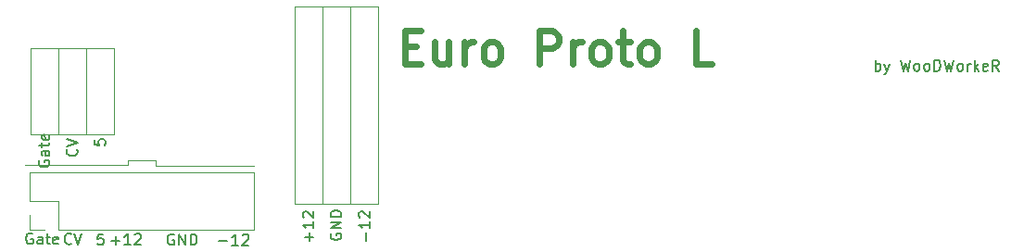
<source format=gbr>
G04 #@! TF.GenerationSoftware,KiCad,Pcbnew,(5.1.4)-1*
G04 #@! TF.CreationDate,2020-01-19T21:47:34+01:00*
G04 #@! TF.ProjectId,EuroHelper,4575726f-4865-46c7-9065-722e6b696361,rev?*
G04 #@! TF.SameCoordinates,Original*
G04 #@! TF.FileFunction,Legend,Top*
G04 #@! TF.FilePolarity,Positive*
%FSLAX46Y46*%
G04 Gerber Fmt 4.6, Leading zero omitted, Abs format (unit mm)*
G04 Created by KiCad (PCBNEW (5.1.4)-1) date 2020-01-19 21:47:34*
%MOMM*%
%LPD*%
G04 APERTURE LIST*
%ADD10C,0.150000*%
%ADD11C,0.120000*%
%ADD12C,0.600000*%
G04 APERTURE END LIST*
D10*
X67549780Y-74437904D02*
X67549780Y-74914095D01*
X68025971Y-74961714D01*
X67978352Y-74914095D01*
X67930733Y-74818857D01*
X67930733Y-74580761D01*
X67978352Y-74485523D01*
X68025971Y-74437904D01*
X68121209Y-74390285D01*
X68359304Y-74390285D01*
X68454542Y-74437904D01*
X68502161Y-74485523D01*
X68549780Y-74580761D01*
X68549780Y-74818857D01*
X68502161Y-74914095D01*
X68454542Y-74961714D01*
X65914542Y-75303047D02*
X65962161Y-75350666D01*
X66009780Y-75493523D01*
X66009780Y-75588761D01*
X65962161Y-75731619D01*
X65866923Y-75826857D01*
X65771685Y-75874476D01*
X65581209Y-75922095D01*
X65438352Y-75922095D01*
X65247876Y-75874476D01*
X65152638Y-75826857D01*
X65057400Y-75731619D01*
X65009780Y-75588761D01*
X65009780Y-75493523D01*
X65057400Y-75350666D01*
X65105019Y-75303047D01*
X65009780Y-75017333D02*
X66009780Y-74684000D01*
X65009780Y-74350666D01*
X62492000Y-76342761D02*
X62444380Y-76438000D01*
X62444380Y-76580857D01*
X62492000Y-76723714D01*
X62587238Y-76818952D01*
X62682476Y-76866571D01*
X62872952Y-76914190D01*
X63015809Y-76914190D01*
X63206285Y-76866571D01*
X63301523Y-76818952D01*
X63396761Y-76723714D01*
X63444380Y-76580857D01*
X63444380Y-76485619D01*
X63396761Y-76342761D01*
X63349142Y-76295142D01*
X63015809Y-76295142D01*
X63015809Y-76485619D01*
X63444380Y-75438000D02*
X62920571Y-75438000D01*
X62825333Y-75485619D01*
X62777714Y-75580857D01*
X62777714Y-75771333D01*
X62825333Y-75866571D01*
X63396761Y-75438000D02*
X63444380Y-75533238D01*
X63444380Y-75771333D01*
X63396761Y-75866571D01*
X63301523Y-75914190D01*
X63206285Y-75914190D01*
X63111047Y-75866571D01*
X63063428Y-75771333D01*
X63063428Y-75533238D01*
X63015809Y-75438000D01*
X62777714Y-75104666D02*
X62777714Y-74723714D01*
X62444380Y-74961809D02*
X63301523Y-74961809D01*
X63396761Y-74914190D01*
X63444380Y-74818952D01*
X63444380Y-74723714D01*
X63396761Y-74009428D02*
X63444380Y-74104666D01*
X63444380Y-74295142D01*
X63396761Y-74390380D01*
X63301523Y-74438000D01*
X62920571Y-74438000D01*
X62825333Y-74390380D01*
X62777714Y-74295142D01*
X62777714Y-74104666D01*
X62825333Y-74009428D01*
X62920571Y-73961809D01*
X63015809Y-73961809D01*
X63111047Y-74438000D01*
D11*
X66802000Y-73914000D02*
X66802000Y-66040000D01*
X64262000Y-66040000D02*
X64262000Y-73914000D01*
X61722000Y-73914000D02*
X61722000Y-66040000D01*
X69342000Y-73914000D02*
X61722000Y-73914000D01*
X69342000Y-66040000D02*
X69342000Y-73914000D01*
X61722000Y-66040000D02*
X69342000Y-66040000D01*
X93472000Y-62230000D02*
X90932000Y-62230000D01*
X93472000Y-80264000D02*
X93472000Y-62230000D01*
X90932000Y-80264000D02*
X93472000Y-80264000D01*
X90932000Y-80264000D02*
X88392000Y-80264000D01*
X90932000Y-62230000D02*
X90932000Y-80264000D01*
X88392000Y-62230000D02*
X90932000Y-62230000D01*
X85852000Y-62230000D02*
X88392000Y-62230000D01*
X85852000Y-80264000D02*
X85852000Y-62230000D01*
X88392000Y-80264000D02*
X85852000Y-80264000D01*
X88392000Y-62230000D02*
X88392000Y-80264000D01*
D10*
X87193428Y-83680133D02*
X87193428Y-82918228D01*
X87574380Y-83299180D02*
X86812476Y-83299180D01*
X87574380Y-81918228D02*
X87574380Y-82489657D01*
X87574380Y-82203942D02*
X86574380Y-82203942D01*
X86717238Y-82299180D01*
X86812476Y-82394419D01*
X86860095Y-82489657D01*
X86669619Y-81537276D02*
X86622000Y-81489657D01*
X86574380Y-81394419D01*
X86574380Y-81156323D01*
X86622000Y-81061085D01*
X86669619Y-81013466D01*
X86764857Y-80965847D01*
X86860095Y-80965847D01*
X87002952Y-81013466D01*
X87574380Y-81584895D01*
X87574380Y-80965847D01*
X89162000Y-83007104D02*
X89114380Y-83102342D01*
X89114380Y-83245200D01*
X89162000Y-83388057D01*
X89257238Y-83483295D01*
X89352476Y-83530914D01*
X89542952Y-83578533D01*
X89685809Y-83578533D01*
X89876285Y-83530914D01*
X89971523Y-83483295D01*
X90066761Y-83388057D01*
X90114380Y-83245200D01*
X90114380Y-83149961D01*
X90066761Y-83007104D01*
X90019142Y-82959485D01*
X89685809Y-82959485D01*
X89685809Y-83149961D01*
X90114380Y-82530914D02*
X89114380Y-82530914D01*
X90114380Y-81959485D01*
X89114380Y-81959485D01*
X90114380Y-81483295D02*
X89114380Y-81483295D01*
X89114380Y-81245200D01*
X89162000Y-81102342D01*
X89257238Y-81007104D01*
X89352476Y-80959485D01*
X89542952Y-80911866D01*
X89685809Y-80911866D01*
X89876285Y-80959485D01*
X89971523Y-81007104D01*
X90066761Y-81102342D01*
X90114380Y-81245200D01*
X90114380Y-81483295D01*
X92341428Y-83683333D02*
X92341428Y-82921428D01*
X92722380Y-81921428D02*
X92722380Y-82492857D01*
X92722380Y-82207142D02*
X91722380Y-82207142D01*
X91865238Y-82302380D01*
X91960476Y-82397619D01*
X92008095Y-82492857D01*
X91817619Y-81540476D02*
X91770000Y-81492857D01*
X91722380Y-81397619D01*
X91722380Y-81159523D01*
X91770000Y-81064285D01*
X91817619Y-81016666D01*
X91912857Y-80969047D01*
X92008095Y-80969047D01*
X92150952Y-81016666D01*
X92722380Y-81588095D01*
X92722380Y-80969047D01*
X138906952Y-68143380D02*
X138906952Y-67143380D01*
X138906952Y-67524333D02*
X139002190Y-67476714D01*
X139192666Y-67476714D01*
X139287904Y-67524333D01*
X139335523Y-67571952D01*
X139383142Y-67667190D01*
X139383142Y-67952904D01*
X139335523Y-68048142D01*
X139287904Y-68095761D01*
X139192666Y-68143380D01*
X139002190Y-68143380D01*
X138906952Y-68095761D01*
X139716476Y-67476714D02*
X139954571Y-68143380D01*
X140192666Y-67476714D02*
X139954571Y-68143380D01*
X139859333Y-68381476D01*
X139811714Y-68429095D01*
X139716476Y-68476714D01*
X141240285Y-67143380D02*
X141478380Y-68143380D01*
X141668857Y-67429095D01*
X141859333Y-68143380D01*
X142097428Y-67143380D01*
X142621238Y-68143380D02*
X142526000Y-68095761D01*
X142478380Y-68048142D01*
X142430761Y-67952904D01*
X142430761Y-67667190D01*
X142478380Y-67571952D01*
X142526000Y-67524333D01*
X142621238Y-67476714D01*
X142764095Y-67476714D01*
X142859333Y-67524333D01*
X142906952Y-67571952D01*
X142954571Y-67667190D01*
X142954571Y-67952904D01*
X142906952Y-68048142D01*
X142859333Y-68095761D01*
X142764095Y-68143380D01*
X142621238Y-68143380D01*
X143526000Y-68143380D02*
X143430761Y-68095761D01*
X143383142Y-68048142D01*
X143335523Y-67952904D01*
X143335523Y-67667190D01*
X143383142Y-67571952D01*
X143430761Y-67524333D01*
X143526000Y-67476714D01*
X143668857Y-67476714D01*
X143764095Y-67524333D01*
X143811714Y-67571952D01*
X143859333Y-67667190D01*
X143859333Y-67952904D01*
X143811714Y-68048142D01*
X143764095Y-68095761D01*
X143668857Y-68143380D01*
X143526000Y-68143380D01*
X144287904Y-68143380D02*
X144287904Y-67143380D01*
X144526000Y-67143380D01*
X144668857Y-67191000D01*
X144764095Y-67286238D01*
X144811714Y-67381476D01*
X144859333Y-67571952D01*
X144859333Y-67714809D01*
X144811714Y-67905285D01*
X144764095Y-68000523D01*
X144668857Y-68095761D01*
X144526000Y-68143380D01*
X144287904Y-68143380D01*
X145192666Y-67143380D02*
X145430761Y-68143380D01*
X145621238Y-67429095D01*
X145811714Y-68143380D01*
X146049809Y-67143380D01*
X146573619Y-68143380D02*
X146478380Y-68095761D01*
X146430761Y-68048142D01*
X146383142Y-67952904D01*
X146383142Y-67667190D01*
X146430761Y-67571952D01*
X146478380Y-67524333D01*
X146573619Y-67476714D01*
X146716476Y-67476714D01*
X146811714Y-67524333D01*
X146859333Y-67571952D01*
X146906952Y-67667190D01*
X146906952Y-67952904D01*
X146859333Y-68048142D01*
X146811714Y-68095761D01*
X146716476Y-68143380D01*
X146573619Y-68143380D01*
X147335523Y-68143380D02*
X147335523Y-67476714D01*
X147335523Y-67667190D02*
X147383142Y-67571952D01*
X147430761Y-67524333D01*
X147526000Y-67476714D01*
X147621238Y-67476714D01*
X147954571Y-68143380D02*
X147954571Y-67143380D01*
X148049809Y-67762428D02*
X148335523Y-68143380D01*
X148335523Y-67476714D02*
X147954571Y-67857666D01*
X149145047Y-68095761D02*
X149049809Y-68143380D01*
X148859333Y-68143380D01*
X148764095Y-68095761D01*
X148716476Y-68000523D01*
X148716476Y-67619571D01*
X148764095Y-67524333D01*
X148859333Y-67476714D01*
X149049809Y-67476714D01*
X149145047Y-67524333D01*
X149192666Y-67619571D01*
X149192666Y-67714809D01*
X148716476Y-67810047D01*
X150192666Y-68143380D02*
X149859333Y-67667190D01*
X149621238Y-68143380D02*
X149621238Y-67143380D01*
X150002190Y-67143380D01*
X150097428Y-67191000D01*
X150145047Y-67238619D01*
X150192666Y-67333857D01*
X150192666Y-67476714D01*
X150145047Y-67571952D01*
X150097428Y-67619571D01*
X150002190Y-67667190D01*
X149621238Y-67667190D01*
D12*
X95942285Y-65927314D02*
X96942285Y-65927314D01*
X97370857Y-67498742D02*
X95942285Y-67498742D01*
X95942285Y-64498742D01*
X97370857Y-64498742D01*
X99942285Y-65498742D02*
X99942285Y-67498742D01*
X98656571Y-65498742D02*
X98656571Y-67070171D01*
X98799428Y-67355885D01*
X99085142Y-67498742D01*
X99513714Y-67498742D01*
X99799428Y-67355885D01*
X99942285Y-67213028D01*
X101370857Y-67498742D02*
X101370857Y-65498742D01*
X101370857Y-66070171D02*
X101513714Y-65784457D01*
X101656571Y-65641600D01*
X101942285Y-65498742D01*
X102228000Y-65498742D01*
X103656571Y-67498742D02*
X103370857Y-67355885D01*
X103228000Y-67213028D01*
X103085142Y-66927314D01*
X103085142Y-66070171D01*
X103228000Y-65784457D01*
X103370857Y-65641600D01*
X103656571Y-65498742D01*
X104085142Y-65498742D01*
X104370857Y-65641600D01*
X104513714Y-65784457D01*
X104656571Y-66070171D01*
X104656571Y-66927314D01*
X104513714Y-67213028D01*
X104370857Y-67355885D01*
X104085142Y-67498742D01*
X103656571Y-67498742D01*
X108228000Y-67498742D02*
X108228000Y-64498742D01*
X109370857Y-64498742D01*
X109656571Y-64641600D01*
X109799428Y-64784457D01*
X109942285Y-65070171D01*
X109942285Y-65498742D01*
X109799428Y-65784457D01*
X109656571Y-65927314D01*
X109370857Y-66070171D01*
X108228000Y-66070171D01*
X111228000Y-67498742D02*
X111228000Y-65498742D01*
X111228000Y-66070171D02*
X111370857Y-65784457D01*
X111513714Y-65641600D01*
X111799428Y-65498742D01*
X112085142Y-65498742D01*
X113513714Y-67498742D02*
X113228000Y-67355885D01*
X113085142Y-67213028D01*
X112942285Y-66927314D01*
X112942285Y-66070171D01*
X113085142Y-65784457D01*
X113228000Y-65641600D01*
X113513714Y-65498742D01*
X113942285Y-65498742D01*
X114228000Y-65641600D01*
X114370857Y-65784457D01*
X114513714Y-66070171D01*
X114513714Y-66927314D01*
X114370857Y-67213028D01*
X114228000Y-67355885D01*
X113942285Y-67498742D01*
X113513714Y-67498742D01*
X115370857Y-65498742D02*
X116513714Y-65498742D01*
X115799428Y-64498742D02*
X115799428Y-67070171D01*
X115942285Y-67355885D01*
X116228000Y-67498742D01*
X116513714Y-67498742D01*
X117942285Y-67498742D02*
X117656571Y-67355885D01*
X117513714Y-67213028D01*
X117370857Y-66927314D01*
X117370857Y-66070171D01*
X117513714Y-65784457D01*
X117656571Y-65641600D01*
X117942285Y-65498742D01*
X118370857Y-65498742D01*
X118656571Y-65641600D01*
X118799428Y-65784457D01*
X118942285Y-66070171D01*
X118942285Y-66927314D01*
X118799428Y-67213028D01*
X118656571Y-67355885D01*
X118370857Y-67498742D01*
X117942285Y-67498742D01*
X123942285Y-67498742D02*
X122513714Y-67498742D01*
X122513714Y-64498742D01*
D10*
X61884038Y-83015200D02*
X61788800Y-82967580D01*
X61645942Y-82967580D01*
X61503085Y-83015200D01*
X61407847Y-83110438D01*
X61360228Y-83205676D01*
X61312609Y-83396152D01*
X61312609Y-83539009D01*
X61360228Y-83729485D01*
X61407847Y-83824723D01*
X61503085Y-83919961D01*
X61645942Y-83967580D01*
X61741180Y-83967580D01*
X61884038Y-83919961D01*
X61931657Y-83872342D01*
X61931657Y-83539009D01*
X61741180Y-83539009D01*
X62788800Y-83967580D02*
X62788800Y-83443771D01*
X62741180Y-83348533D01*
X62645942Y-83300914D01*
X62455466Y-83300914D01*
X62360228Y-83348533D01*
X62788800Y-83919961D02*
X62693561Y-83967580D01*
X62455466Y-83967580D01*
X62360228Y-83919961D01*
X62312609Y-83824723D01*
X62312609Y-83729485D01*
X62360228Y-83634247D01*
X62455466Y-83586628D01*
X62693561Y-83586628D01*
X62788800Y-83539009D01*
X63122133Y-83300914D02*
X63503085Y-83300914D01*
X63264990Y-82967580D02*
X63264990Y-83824723D01*
X63312609Y-83919961D01*
X63407847Y-83967580D01*
X63503085Y-83967580D01*
X64217371Y-83919961D02*
X64122133Y-83967580D01*
X63931657Y-83967580D01*
X63836419Y-83919961D01*
X63788800Y-83824723D01*
X63788800Y-83443771D01*
X63836419Y-83348533D01*
X63931657Y-83300914D01*
X64122133Y-83300914D01*
X64217371Y-83348533D01*
X64264990Y-83443771D01*
X64264990Y-83539009D01*
X63788800Y-83634247D01*
X65438352Y-83897742D02*
X65390733Y-83945361D01*
X65247876Y-83992980D01*
X65152638Y-83992980D01*
X65009780Y-83945361D01*
X64914542Y-83850123D01*
X64866923Y-83754885D01*
X64819304Y-83564409D01*
X64819304Y-83421552D01*
X64866923Y-83231076D01*
X64914542Y-83135838D01*
X65009780Y-83040600D01*
X65152638Y-82992980D01*
X65247876Y-82992980D01*
X65390733Y-83040600D01*
X65438352Y-83088219D01*
X65724066Y-82992980D02*
X66057400Y-83992980D01*
X66390733Y-82992980D01*
X68335495Y-83043780D02*
X67859304Y-83043780D01*
X67811685Y-83519971D01*
X67859304Y-83472352D01*
X67954542Y-83424733D01*
X68192638Y-83424733D01*
X68287876Y-83472352D01*
X68335495Y-83519971D01*
X68383114Y-83615209D01*
X68383114Y-83853304D01*
X68335495Y-83948542D01*
X68287876Y-83996161D01*
X68192638Y-84043780D01*
X67954542Y-84043780D01*
X67859304Y-83996161D01*
X67811685Y-83948542D01*
X74803095Y-83091400D02*
X74707857Y-83043780D01*
X74565000Y-83043780D01*
X74422142Y-83091400D01*
X74326904Y-83186638D01*
X74279285Y-83281876D01*
X74231666Y-83472352D01*
X74231666Y-83615209D01*
X74279285Y-83805685D01*
X74326904Y-83900923D01*
X74422142Y-83996161D01*
X74565000Y-84043780D01*
X74660238Y-84043780D01*
X74803095Y-83996161D01*
X74850714Y-83948542D01*
X74850714Y-83615209D01*
X74660238Y-83615209D01*
X75279285Y-84043780D02*
X75279285Y-83043780D01*
X75850714Y-84043780D01*
X75850714Y-83043780D01*
X76326904Y-84043780D02*
X76326904Y-83043780D01*
X76565000Y-83043780D01*
X76707857Y-83091400D01*
X76803095Y-83186638D01*
X76850714Y-83281876D01*
X76898333Y-83472352D01*
X76898333Y-83615209D01*
X76850714Y-83805685D01*
X76803095Y-83900923D01*
X76707857Y-83996161D01*
X76565000Y-84043780D01*
X76326904Y-84043780D01*
X69100866Y-83637428D02*
X69862771Y-83637428D01*
X69481819Y-84018380D02*
X69481819Y-83256476D01*
X70862771Y-84018380D02*
X70291342Y-84018380D01*
X70577057Y-84018380D02*
X70577057Y-83018380D01*
X70481819Y-83161238D01*
X70386580Y-83256476D01*
X70291342Y-83304095D01*
X71243723Y-83113619D02*
X71291342Y-83066000D01*
X71386580Y-83018380D01*
X71624676Y-83018380D01*
X71719914Y-83066000D01*
X71767533Y-83113619D01*
X71815152Y-83208857D01*
X71815152Y-83304095D01*
X71767533Y-83446952D01*
X71196104Y-84018380D01*
X71815152Y-84018380D01*
X78930666Y-83688228D02*
X79692571Y-83688228D01*
X80692571Y-84069180D02*
X80121142Y-84069180D01*
X80406857Y-84069180D02*
X80406857Y-83069180D01*
X80311619Y-83212038D01*
X80216380Y-83307276D01*
X80121142Y-83354895D01*
X81073523Y-83164419D02*
X81121142Y-83116800D01*
X81216380Y-83069180D01*
X81454476Y-83069180D01*
X81549714Y-83116800D01*
X81597333Y-83164419D01*
X81644952Y-83259657D01*
X81644952Y-83354895D01*
X81597333Y-83497752D01*
X81025904Y-84069180D01*
X81644952Y-84069180D01*
D11*
X73152000Y-76784200D02*
X82092800Y-76784200D01*
X73152000Y-76301600D02*
X73152000Y-76784200D01*
X70612000Y-76301600D02*
X73152000Y-76301600D01*
X70612000Y-76758800D02*
X70612000Y-76301600D01*
X61214000Y-76758800D02*
X70612000Y-76758800D01*
X61670000Y-82648000D02*
X61670000Y-81318000D01*
X63000000Y-82648000D02*
X61670000Y-82648000D01*
X61670000Y-80048000D02*
X61670000Y-77448000D01*
X64270000Y-80048000D02*
X61670000Y-80048000D01*
X64270000Y-82648000D02*
X64270000Y-80048000D01*
X61670000Y-77448000D02*
X82110000Y-77448000D01*
X64270000Y-82648000D02*
X82110000Y-82648000D01*
X82110000Y-82648000D02*
X82110000Y-77448000D01*
M02*

</source>
